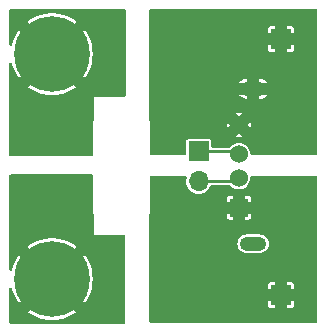
<source format=gbr>
%TF.GenerationSoftware,KiCad,Pcbnew,(7.0.0-rc1-287-ga9cb8e9a8d)*%
%TF.CreationDate,2023-01-20T15:36:01-06:00*%
%TF.ProjectId,Banana to USB Adapter,42616e61-6e61-4207-946f-205553422041,rev?*%
%TF.SameCoordinates,Original*%
%TF.FileFunction,Copper,L1,Top*%
%TF.FilePolarity,Positive*%
%FSLAX46Y46*%
G04 Gerber Fmt 4.6, Leading zero omitted, Abs format (unit mm)*
G04 Created by KiCad (PCBNEW (7.0.0-rc1-287-ga9cb8e9a8d)) date 2023-01-20 15:36:01*
%MOMM*%
%LPD*%
G01*
G04 APERTURE LIST*
%TA.AperFunction,ComponentPad*%
%ADD10R,1.700000X1.700000*%
%TD*%
%TA.AperFunction,ComponentPad*%
%ADD11O,1.700000X1.700000*%
%TD*%
%TA.AperFunction,ComponentPad*%
%ADD12C,1.524000*%
%TD*%
%TA.AperFunction,ComponentPad*%
%ADD13R,1.524000X1.524000*%
%TD*%
%TA.AperFunction,ComponentPad*%
%ADD14O,2.250000X1.200000*%
%TD*%
%TA.AperFunction,ComponentPad*%
%ADD15C,0.800000*%
%TD*%
%TA.AperFunction,ComponentPad*%
%ADD16C,6.400000*%
%TD*%
%TA.AperFunction,ViaPad*%
%ADD17C,0.800000*%
%TD*%
%TA.AperFunction,Conductor*%
%ADD18C,0.250000*%
%TD*%
G04 APERTURE END LIST*
D10*
%TO.P,J4,1,Pin_1*%
%TO.N,Net-(J1-D+)*%
X145903249Y-98170999D03*
D11*
%TO.P,J4,2,Pin_2*%
%TO.N,Net-(J1-D-)*%
X145903249Y-100710999D03*
%TD*%
D10*
%TO.P,J3,1,Pin_1*%
%TO.N,GND*%
X152882599Y-88671399D03*
%TD*%
%TO.P,J2,1,Pin_1*%
%TO.N,/Positive*%
X152882599Y-110337599D03*
%TD*%
D12*
%TO.P,J1,4,GND*%
%TO.N,GND*%
X149316500Y-95930000D03*
%TO.P,J1,3,D+*%
%TO.N,Net-(J1-D+)*%
X149316500Y-98430000D03*
%TO.P,J1,2,D-*%
%TO.N,Net-(J1-D-)*%
X149316500Y-100430000D03*
D13*
%TO.P,J1,1,VBUS*%
%TO.N,/Positive*%
X149316499Y-102929999D03*
D14*
%TO.P,J1,5,Shield*%
%TO.N,GND*%
X150516499Y-105999999D03*
X150516499Y-92859999D03*
%TD*%
D15*
%TO.P,H2,1,1*%
%TO.N,GND*%
X133477000Y-87541400D03*
X135174056Y-91638456D03*
X135174056Y-88244344D03*
X135877000Y-89941400D03*
D16*
X133477000Y-89941400D03*
D15*
X133477000Y-92341400D03*
X131779944Y-88244344D03*
X131779944Y-91638456D03*
X131077000Y-89941400D03*
%TD*%
%TO.P,H1,1,1*%
%TO.N,/Positive*%
X131077000Y-108991400D03*
X131779944Y-110688456D03*
X131779944Y-107294344D03*
X133477000Y-111391400D03*
D16*
X133477000Y-108991400D03*
D15*
X135877000Y-108991400D03*
X135174056Y-107294344D03*
X135174056Y-110688456D03*
X133477000Y-106591400D03*
%TD*%
D17*
%TO.N,GND*%
X144856200Y-86588600D03*
X144856200Y-88320880D03*
X144856200Y-90053160D03*
X144856200Y-91785440D03*
X144856200Y-93517720D03*
X144856200Y-95250000D03*
%TO.N,/Positive*%
X144856200Y-110535720D03*
X144856200Y-108828840D03*
X144856200Y-107121960D03*
X144856200Y-105415080D03*
X144856200Y-103708200D03*
X144856200Y-112242600D03*
%TD*%
D18*
%TO.N,Net-(J1-D-)*%
X149035500Y-100711000D02*
X149316500Y-100430000D01*
X145903250Y-100711000D02*
X149035500Y-100711000D01*
%TO.N,Net-(J1-D+)*%
X145903250Y-98171000D02*
X149057500Y-98171000D01*
X149057500Y-98171000D02*
X149316500Y-98430000D01*
%TO.N,Net-(J1-D-)*%
X146168250Y-100446000D02*
X145903250Y-100711000D01*
%TO.N,Net-(J1-D+)*%
X146178250Y-98446000D02*
X145903250Y-98171000D01*
%TD*%
%TA.AperFunction,Conductor*%
%TO.N,GND*%
G36*
X139661900Y-86123381D02*
G01*
X139708019Y-86169500D01*
X139724900Y-86232500D01*
X139724900Y-93421700D01*
X139708019Y-93484700D01*
X139661900Y-93530819D01*
X139598900Y-93547700D01*
X137007699Y-93547700D01*
X137007600Y-93547659D01*
X137007501Y-93547700D01*
X137007217Y-93547817D01*
X137007059Y-93548200D01*
X137007100Y-93548299D01*
X137007100Y-93560422D01*
X137007100Y-95511723D01*
X136997509Y-95559941D01*
X136992679Y-95567169D01*
X136989187Y-95580200D01*
X136984742Y-95580200D01*
X136984742Y-95596790D01*
X136984742Y-98476800D01*
X136967861Y-98539800D01*
X136921742Y-98585919D01*
X136858742Y-98602800D01*
X129996700Y-98602800D01*
X129933700Y-98585919D01*
X129887581Y-98539800D01*
X129870700Y-98476800D01*
X129870700Y-92716174D01*
X131426231Y-92716174D01*
X131434597Y-92727495D01*
X131533089Y-92802366D01*
X131538745Y-92806201D01*
X131853821Y-92995776D01*
X131859830Y-92998962D01*
X132193565Y-93153364D01*
X132199907Y-93155890D01*
X132548363Y-93273299D01*
X132554935Y-93275124D01*
X132914052Y-93354171D01*
X132920776Y-93355273D01*
X133286331Y-93395030D01*
X133293145Y-93395400D01*
X133660855Y-93395400D01*
X133667668Y-93395030D01*
X134033223Y-93355273D01*
X134039947Y-93354171D01*
X134399064Y-93275124D01*
X134405636Y-93273299D01*
X134754092Y-93155890D01*
X134760434Y-93153364D01*
X135094169Y-92998962D01*
X135100178Y-92995776D01*
X135415263Y-92806196D01*
X135420908Y-92802368D01*
X135519399Y-92727496D01*
X135527767Y-92716173D01*
X135521004Y-92703824D01*
X133488729Y-90671549D01*
X133477000Y-90664777D01*
X133465270Y-90671549D01*
X131432994Y-92703824D01*
X131426231Y-92716174D01*
X129870700Y-92716174D01*
X129870700Y-90788251D01*
X129884849Y-90730239D01*
X129924119Y-90685256D01*
X129979690Y-90663404D01*
X130039081Y-90669592D01*
X130088954Y-90702430D01*
X130118107Y-90754542D01*
X130198086Y-91042600D01*
X130200261Y-91049056D01*
X130336368Y-91390660D01*
X130339224Y-91396835D01*
X130511471Y-91721727D01*
X130514979Y-91727557D01*
X130692002Y-91988646D01*
X130700176Y-91996336D01*
X130709656Y-91990322D01*
X132746850Y-89953129D01*
X132753621Y-89941400D01*
X134200377Y-89941400D01*
X134207149Y-89953129D01*
X136244342Y-91990322D01*
X136253822Y-91996336D01*
X136261996Y-91988646D01*
X136439020Y-91727556D01*
X136442528Y-91721727D01*
X136614775Y-91396835D01*
X136617631Y-91390660D01*
X136753738Y-91049056D01*
X136755913Y-91042600D01*
X136854287Y-90688292D01*
X136855754Y-90681624D01*
X136915242Y-90318769D01*
X136915981Y-90311972D01*
X136935888Y-89944812D01*
X136935888Y-89937988D01*
X136915981Y-89570827D01*
X136915242Y-89564030D01*
X136855754Y-89201175D01*
X136854287Y-89194507D01*
X136755913Y-88840199D01*
X136753738Y-88833743D01*
X136617631Y-88492139D01*
X136614775Y-88485964D01*
X136442528Y-88161072D01*
X136439020Y-88155243D01*
X136261996Y-87894152D01*
X136253822Y-87886462D01*
X136244342Y-87892476D01*
X134207149Y-89929670D01*
X134200377Y-89941400D01*
X132753621Y-89941400D01*
X132753622Y-89941399D01*
X132746850Y-89929670D01*
X130709656Y-87892476D01*
X130700177Y-87886462D01*
X130691999Y-87894157D01*
X130514987Y-88155231D01*
X130511467Y-88161080D01*
X130339224Y-88485964D01*
X130336368Y-88492139D01*
X130200261Y-88833743D01*
X130198086Y-88840199D01*
X130118107Y-89128258D01*
X130088954Y-89180370D01*
X130039081Y-89213208D01*
X129979690Y-89219396D01*
X129924119Y-89197544D01*
X129884849Y-89152561D01*
X129870700Y-89094549D01*
X129870700Y-87166624D01*
X131426231Y-87166624D01*
X131432994Y-87178974D01*
X133465270Y-89211250D01*
X133477000Y-89218022D01*
X133488729Y-89211250D01*
X135521004Y-87178974D01*
X135527767Y-87166624D01*
X135519401Y-87155303D01*
X135420910Y-87080433D01*
X135415254Y-87076598D01*
X135100178Y-86887023D01*
X135094169Y-86883837D01*
X134760434Y-86729435D01*
X134754092Y-86726909D01*
X134405636Y-86609500D01*
X134399064Y-86607675D01*
X134039947Y-86528628D01*
X134033223Y-86527526D01*
X133667668Y-86487769D01*
X133660855Y-86487400D01*
X133293145Y-86487400D01*
X133286331Y-86487769D01*
X132920776Y-86527526D01*
X132914052Y-86528628D01*
X132554935Y-86607675D01*
X132548363Y-86609500D01*
X132199907Y-86726909D01*
X132193565Y-86729435D01*
X131859830Y-86883837D01*
X131853821Y-86887023D01*
X131538744Y-87076599D01*
X131533086Y-87080435D01*
X131434598Y-87155303D01*
X131426231Y-87166624D01*
X129870700Y-87166624D01*
X129870700Y-86232500D01*
X129887581Y-86169500D01*
X129933700Y-86123381D01*
X129996700Y-86106500D01*
X139598900Y-86106500D01*
X139661900Y-86123381D01*
G37*
%TD.AperFunction*%
%TA.AperFunction,Conductor*%
G36*
X155892500Y-86123381D02*
G01*
X155938619Y-86169500D01*
X155955500Y-86232500D01*
X155955500Y-98349800D01*
X155938619Y-98412800D01*
X155892500Y-98458919D01*
X155829500Y-98475800D01*
X150402367Y-98475800D01*
X150342971Y-98460922D01*
X150297602Y-98419802D01*
X150276974Y-98362150D01*
X150265680Y-98247482D01*
X150265073Y-98241317D01*
X150210037Y-98059885D01*
X150120662Y-97892676D01*
X150000383Y-97746117D01*
X149995603Y-97742194D01*
X149858608Y-97629764D01*
X149858606Y-97629763D01*
X149853824Y-97625838D01*
X149686615Y-97536463D01*
X149680700Y-97534668D01*
X149680696Y-97534667D01*
X149511108Y-97483224D01*
X149511105Y-97483223D01*
X149505183Y-97481427D01*
X149499023Y-97480820D01*
X149499017Y-97480819D01*
X149322663Y-97463450D01*
X149316500Y-97462843D01*
X149310337Y-97463450D01*
X149133982Y-97480819D01*
X149133974Y-97480820D01*
X149127817Y-97481427D01*
X149121896Y-97483222D01*
X149121891Y-97483224D01*
X148952303Y-97534667D01*
X148952295Y-97534670D01*
X148946385Y-97536463D01*
X148940931Y-97539377D01*
X148940929Y-97539379D01*
X148784634Y-97622920D01*
X148784629Y-97622923D01*
X148779176Y-97625838D01*
X148774397Y-97629759D01*
X148774391Y-97629764D01*
X148637396Y-97742194D01*
X148637390Y-97742199D01*
X148632617Y-97746117D01*
X148628699Y-97750890D01*
X148628690Y-97750900D01*
X148588861Y-97799433D01*
X148545334Y-97833403D01*
X148491462Y-97845500D01*
X147079750Y-97845500D01*
X147016750Y-97828619D01*
X146970631Y-97782500D01*
X146953750Y-97719500D01*
X146953750Y-97307439D01*
X146953750Y-97301252D01*
X146942117Y-97242769D01*
X146897802Y-97176448D01*
X146831481Y-97132133D01*
X146772998Y-97120500D01*
X145033502Y-97120500D01*
X145027434Y-97121706D01*
X145027433Y-97121707D01*
X144987189Y-97129712D01*
X144987187Y-97129712D01*
X144975019Y-97132133D01*
X144964704Y-97139024D01*
X144964702Y-97139026D01*
X144919011Y-97169556D01*
X144919008Y-97169558D01*
X144908698Y-97176448D01*
X144901808Y-97186758D01*
X144901806Y-97186761D01*
X144871276Y-97232452D01*
X144871274Y-97232454D01*
X144864383Y-97242769D01*
X144852750Y-97301252D01*
X144852750Y-97307439D01*
X144852750Y-98349800D01*
X144835869Y-98412800D01*
X144789750Y-98458919D01*
X144726750Y-98475800D01*
X141885942Y-98475800D01*
X141822942Y-98458919D01*
X141776823Y-98412800D01*
X141759942Y-98349800D01*
X141759942Y-96910403D01*
X149058742Y-96910403D01*
X149068727Y-96916555D01*
X149111400Y-96929500D01*
X149123494Y-96931906D01*
X149310337Y-96950309D01*
X149322663Y-96950309D01*
X149509507Y-96931906D01*
X149521596Y-96929501D01*
X149564273Y-96916555D01*
X149574256Y-96910403D01*
X149568350Y-96900270D01*
X149328229Y-96660149D01*
X149316499Y-96653377D01*
X149304771Y-96660148D01*
X149064647Y-96900271D01*
X149058742Y-96910403D01*
X141759942Y-96910403D01*
X141759942Y-95936163D01*
X148296191Y-95936163D01*
X148314593Y-96123005D01*
X148316998Y-96135096D01*
X148329944Y-96177775D01*
X148336094Y-96187757D01*
X148346226Y-96181852D01*
X148586349Y-95941730D01*
X148593122Y-95929999D01*
X150039877Y-95929999D01*
X150046649Y-95941729D01*
X150286770Y-96181850D01*
X150296903Y-96187756D01*
X150303055Y-96177773D01*
X150316001Y-96135096D01*
X150318406Y-96123007D01*
X150336809Y-95936163D01*
X150336809Y-95923837D01*
X150318406Y-95736994D01*
X150316000Y-95724900D01*
X150303055Y-95682227D01*
X150296903Y-95672242D01*
X150286771Y-95678147D01*
X150046648Y-95918271D01*
X150039877Y-95929999D01*
X148593122Y-95929999D01*
X148586350Y-95918270D01*
X148346228Y-95678148D01*
X148336095Y-95672242D01*
X148329944Y-95682225D01*
X148316998Y-95724902D01*
X148314593Y-95736994D01*
X148296191Y-95923837D01*
X148296191Y-95936163D01*
X141759942Y-95936163D01*
X141759942Y-95596790D01*
X141759942Y-95580200D01*
X141755497Y-95580200D01*
X141753134Y-95571383D01*
X141742091Y-95554857D01*
X141732500Y-95506639D01*
X141732500Y-94949595D01*
X149058742Y-94949595D01*
X149064648Y-94959728D01*
X149304770Y-95199850D01*
X149316499Y-95206622D01*
X149328230Y-95199849D01*
X149568352Y-94959726D01*
X149574257Y-94949594D01*
X149564275Y-94943444D01*
X149521596Y-94930498D01*
X149509505Y-94928093D01*
X149322663Y-94909691D01*
X149310337Y-94909691D01*
X149123494Y-94928093D01*
X149111402Y-94930498D01*
X149068725Y-94943444D01*
X149058742Y-94949595D01*
X141732500Y-94949595D01*
X141732500Y-93371231D01*
X149309485Y-93371231D01*
X149314179Y-93381747D01*
X149396316Y-93478447D01*
X149406180Y-93487790D01*
X149543180Y-93591935D01*
X149554825Y-93598941D01*
X149711004Y-93671197D01*
X149723882Y-93675537D01*
X149891951Y-93712531D01*
X149905452Y-93714000D01*
X149991910Y-93714000D01*
X150004993Y-93710493D01*
X150008500Y-93697410D01*
X151024500Y-93697410D01*
X151028006Y-93710493D01*
X151041090Y-93714000D01*
X151084390Y-93714000D01*
X151091203Y-93713630D01*
X151219374Y-93699690D01*
X151232641Y-93696770D01*
X151395724Y-93641821D01*
X151408053Y-93636117D01*
X151555516Y-93547392D01*
X151566321Y-93539179D01*
X151691265Y-93420826D01*
X151700060Y-93410470D01*
X151719222Y-93382210D01*
X151722956Y-93371127D01*
X151711692Y-93368000D01*
X151041090Y-93368000D01*
X151028006Y-93371506D01*
X151024500Y-93384590D01*
X151024500Y-93697410D01*
X150008500Y-93697410D01*
X150008500Y-93384590D01*
X150004993Y-93371506D01*
X149991910Y-93368000D01*
X149320541Y-93368000D01*
X149309485Y-93371231D01*
X141732500Y-93371231D01*
X141732500Y-92348872D01*
X149310043Y-92348872D01*
X149321308Y-92352000D01*
X149991910Y-92352000D01*
X150004993Y-92348493D01*
X150008500Y-92335410D01*
X151024500Y-92335410D01*
X151028006Y-92348493D01*
X151041090Y-92352000D01*
X151712459Y-92352000D01*
X151723514Y-92348768D01*
X151718820Y-92338252D01*
X151636683Y-92241552D01*
X151626819Y-92232209D01*
X151489819Y-92128064D01*
X151478174Y-92121058D01*
X151321995Y-92048802D01*
X151309117Y-92044462D01*
X151141048Y-92007468D01*
X151127548Y-92006000D01*
X151041090Y-92006000D01*
X151028006Y-92009506D01*
X151024500Y-92022590D01*
X151024500Y-92335410D01*
X150008500Y-92335410D01*
X150008500Y-92022590D01*
X150004993Y-92009506D01*
X149991910Y-92006000D01*
X149948610Y-92006000D01*
X149941796Y-92006369D01*
X149813625Y-92020309D01*
X149800358Y-92023229D01*
X149637275Y-92078178D01*
X149624946Y-92083882D01*
X149477483Y-92172607D01*
X149466678Y-92180820D01*
X149341734Y-92299173D01*
X149332939Y-92309529D01*
X149313777Y-92337789D01*
X149310043Y-92348872D01*
X141732500Y-92348872D01*
X141732500Y-89540228D01*
X151778601Y-89540228D01*
X151779808Y-89552487D01*
X151790915Y-89608330D01*
X151800233Y-89630826D01*
X151842583Y-89694208D01*
X151859791Y-89711416D01*
X151923174Y-89753767D01*
X151945666Y-89763084D01*
X152001514Y-89774192D01*
X152013770Y-89775400D01*
X152358010Y-89775400D01*
X152371093Y-89771893D01*
X152374600Y-89758810D01*
X152374600Y-89758809D01*
X153390600Y-89758809D01*
X153394106Y-89771892D01*
X153407190Y-89775399D01*
X153751428Y-89775399D01*
X153763687Y-89774191D01*
X153819530Y-89763084D01*
X153842026Y-89753766D01*
X153905408Y-89711416D01*
X153922616Y-89694208D01*
X153964967Y-89630825D01*
X153974284Y-89608333D01*
X153985392Y-89552485D01*
X153986600Y-89540230D01*
X153986600Y-89195990D01*
X153983093Y-89182906D01*
X153970010Y-89179400D01*
X153407190Y-89179400D01*
X153394106Y-89182906D01*
X153390600Y-89195990D01*
X153390600Y-89758809D01*
X152374600Y-89758809D01*
X152374600Y-89195990D01*
X152371093Y-89182906D01*
X152358010Y-89179400D01*
X151795191Y-89179400D01*
X151782107Y-89182906D01*
X151778601Y-89195990D01*
X151778601Y-89540228D01*
X141732500Y-89540228D01*
X141732500Y-88146810D01*
X151778600Y-88146810D01*
X151782106Y-88159893D01*
X151795190Y-88163400D01*
X152358010Y-88163400D01*
X152371093Y-88159893D01*
X152374600Y-88146810D01*
X153390600Y-88146810D01*
X153394106Y-88159893D01*
X153407190Y-88163400D01*
X153970009Y-88163400D01*
X153983092Y-88159893D01*
X153986599Y-88146810D01*
X153986599Y-87802572D01*
X153985391Y-87790312D01*
X153974284Y-87734469D01*
X153964966Y-87711973D01*
X153922616Y-87648591D01*
X153905408Y-87631383D01*
X153842025Y-87589032D01*
X153819533Y-87579715D01*
X153763685Y-87568607D01*
X153751430Y-87567400D01*
X153407190Y-87567400D01*
X153394106Y-87570906D01*
X153390600Y-87583990D01*
X153390600Y-88146810D01*
X152374600Y-88146810D01*
X152374600Y-87583991D01*
X152371093Y-87570907D01*
X152358010Y-87567401D01*
X152013772Y-87567401D01*
X152001512Y-87568608D01*
X151945669Y-87579715D01*
X151923173Y-87589033D01*
X151859791Y-87631383D01*
X151842583Y-87648591D01*
X151800232Y-87711974D01*
X151790915Y-87734466D01*
X151779807Y-87790314D01*
X151778600Y-87802570D01*
X151778600Y-88146810D01*
X141732500Y-88146810D01*
X141732500Y-86232500D01*
X141749381Y-86169500D01*
X141795500Y-86123381D01*
X141858500Y-86106500D01*
X155829500Y-86106500D01*
X155892500Y-86123381D01*
G37*
%TD.AperFunction*%
%TD*%
%TA.AperFunction,Conductor*%
%TO.N,/Positive*%
G36*
X136921742Y-100143681D02*
G01*
X136967861Y-100189800D01*
X136984742Y-100252800D01*
X136984742Y-103428800D01*
X136989187Y-103428800D01*
X136992679Y-103441830D01*
X136997509Y-103449059D01*
X137007100Y-103497277D01*
X137007100Y-105257501D01*
X137007059Y-105257600D01*
X137007100Y-105257699D01*
X137007217Y-105257983D01*
X137007600Y-105258141D01*
X137007699Y-105258100D01*
X139573500Y-105258100D01*
X139636500Y-105274981D01*
X139682619Y-105321100D01*
X139699500Y-105384100D01*
X139699500Y-112624100D01*
X139682619Y-112687100D01*
X139636500Y-112733219D01*
X139573500Y-112750100D01*
X129996700Y-112750100D01*
X129933700Y-112733219D01*
X129887581Y-112687100D01*
X129870700Y-112624100D01*
X129870700Y-111766174D01*
X131426231Y-111766174D01*
X131434597Y-111777495D01*
X131533089Y-111852366D01*
X131538745Y-111856201D01*
X131853821Y-112045776D01*
X131859830Y-112048962D01*
X132193565Y-112203364D01*
X132199907Y-112205890D01*
X132548363Y-112323299D01*
X132554935Y-112325124D01*
X132914052Y-112404171D01*
X132920776Y-112405273D01*
X133286331Y-112445030D01*
X133293145Y-112445400D01*
X133660855Y-112445400D01*
X133667668Y-112445030D01*
X134033223Y-112405273D01*
X134039947Y-112404171D01*
X134399064Y-112325124D01*
X134405636Y-112323299D01*
X134754092Y-112205890D01*
X134760434Y-112203364D01*
X135094169Y-112048962D01*
X135100178Y-112045776D01*
X135415263Y-111856196D01*
X135420908Y-111852368D01*
X135519399Y-111777496D01*
X135527767Y-111766173D01*
X135521004Y-111753824D01*
X133488729Y-109721549D01*
X133477000Y-109714777D01*
X133465270Y-109721549D01*
X131432994Y-111753824D01*
X131426231Y-111766174D01*
X129870700Y-111766174D01*
X129870700Y-109838251D01*
X129884849Y-109780239D01*
X129924119Y-109735256D01*
X129979690Y-109713404D01*
X130039081Y-109719592D01*
X130088954Y-109752430D01*
X130118107Y-109804542D01*
X130198086Y-110092600D01*
X130200261Y-110099056D01*
X130336368Y-110440660D01*
X130339224Y-110446835D01*
X130511471Y-110771727D01*
X130514979Y-110777557D01*
X130692002Y-111038646D01*
X130700176Y-111046336D01*
X130709656Y-111040322D01*
X132746850Y-109003129D01*
X132753622Y-108991400D01*
X134200377Y-108991400D01*
X134207149Y-109003129D01*
X136244342Y-111040322D01*
X136253822Y-111046336D01*
X136261996Y-111038646D01*
X136439020Y-110777556D01*
X136442528Y-110771727D01*
X136614775Y-110446835D01*
X136617631Y-110440660D01*
X136753738Y-110099056D01*
X136755913Y-110092600D01*
X136854287Y-109738292D01*
X136855754Y-109731624D01*
X136915242Y-109368769D01*
X136915981Y-109361972D01*
X136935888Y-108994812D01*
X136935888Y-108987988D01*
X136915981Y-108620827D01*
X136915242Y-108614030D01*
X136855754Y-108251175D01*
X136854287Y-108244507D01*
X136755913Y-107890199D01*
X136753738Y-107883743D01*
X136617631Y-107542139D01*
X136614775Y-107535964D01*
X136442528Y-107211072D01*
X136439020Y-107205243D01*
X136261996Y-106944152D01*
X136253822Y-106936462D01*
X136244342Y-106942476D01*
X134207149Y-108979670D01*
X134200377Y-108991400D01*
X132753622Y-108991400D01*
X132746850Y-108979670D01*
X130709656Y-106942476D01*
X130700177Y-106936462D01*
X130691999Y-106944157D01*
X130514987Y-107205231D01*
X130511467Y-107211080D01*
X130339224Y-107535964D01*
X130336368Y-107542139D01*
X130200261Y-107883743D01*
X130198086Y-107890199D01*
X130118107Y-108178258D01*
X130088954Y-108230370D01*
X130039081Y-108263208D01*
X129979690Y-108269396D01*
X129924119Y-108247544D01*
X129884849Y-108202561D01*
X129870700Y-108144549D01*
X129870700Y-106216624D01*
X131426231Y-106216624D01*
X131432994Y-106228974D01*
X133465270Y-108261250D01*
X133477000Y-108268022D01*
X133488729Y-108261250D01*
X135521004Y-106228974D01*
X135527767Y-106216624D01*
X135519401Y-106205303D01*
X135420910Y-106130433D01*
X135415254Y-106126598D01*
X135100178Y-105937023D01*
X135094169Y-105933837D01*
X134760434Y-105779435D01*
X134754092Y-105776909D01*
X134405636Y-105659500D01*
X134399064Y-105657675D01*
X134039947Y-105578628D01*
X134033223Y-105577526D01*
X133667668Y-105537769D01*
X133660855Y-105537400D01*
X133293145Y-105537400D01*
X133286331Y-105537769D01*
X132920776Y-105577526D01*
X132914052Y-105578628D01*
X132554935Y-105657675D01*
X132548363Y-105659500D01*
X132199907Y-105776909D01*
X132193565Y-105779435D01*
X131859830Y-105933837D01*
X131853821Y-105937023D01*
X131538744Y-106126599D01*
X131533086Y-106130435D01*
X131434598Y-106205303D01*
X131426231Y-106216624D01*
X129870700Y-106216624D01*
X129870700Y-100252800D01*
X129887581Y-100189800D01*
X129933700Y-100143681D01*
X129996700Y-100126800D01*
X136858742Y-100126800D01*
X136921742Y-100143681D01*
G37*
%TD.AperFunction*%
%TA.AperFunction,Conductor*%
G36*
X144830930Y-100267254D02*
G01*
X144875483Y-100304742D01*
X144898424Y-100358259D01*
X144894854Y-100416373D01*
X144890721Y-100430000D01*
X144869746Y-100499143D01*
X144869744Y-100499149D01*
X144867950Y-100505066D01*
X144867343Y-100511223D01*
X144867342Y-100511231D01*
X144856176Y-100624608D01*
X144847667Y-100711000D01*
X144848274Y-100717163D01*
X144867342Y-100910768D01*
X144867343Y-100910774D01*
X144867950Y-100916934D01*
X144869746Y-100922856D01*
X144869747Y-100922859D01*
X144926222Y-101109035D01*
X144926223Y-101109039D01*
X144928018Y-101114954D01*
X144930930Y-101120402D01*
X144930933Y-101120409D01*
X145022648Y-101291993D01*
X145025565Y-101297450D01*
X145156840Y-101457410D01*
X145316800Y-101588685D01*
X145408047Y-101637458D01*
X145493840Y-101683316D01*
X145493842Y-101683317D01*
X145499296Y-101686232D01*
X145697316Y-101746300D01*
X145903250Y-101766583D01*
X146109184Y-101746300D01*
X146307204Y-101686232D01*
X146489700Y-101588685D01*
X146649660Y-101457410D01*
X146780935Y-101297450D01*
X146878482Y-101114954D01*
X146879170Y-101112683D01*
X146905420Y-101073402D01*
X146946296Y-101046091D01*
X146994513Y-101036500D01*
X148509517Y-101036500D01*
X148563389Y-101048597D01*
X148606915Y-101082565D01*
X148632617Y-101113883D01*
X148779176Y-101234162D01*
X148946385Y-101323537D01*
X149127817Y-101378573D01*
X149316500Y-101397157D01*
X149505183Y-101378573D01*
X149686615Y-101323537D01*
X149853824Y-101234162D01*
X150000383Y-101113883D01*
X150120662Y-100967324D01*
X150210037Y-100800115D01*
X150265073Y-100618683D01*
X150283657Y-100430000D01*
X150279929Y-100392150D01*
X150292316Y-100324072D01*
X150338785Y-100272801D01*
X150405322Y-100253800D01*
X155829500Y-100253800D01*
X155892500Y-100270681D01*
X155938619Y-100316800D01*
X155955500Y-100379800D01*
X155955500Y-112573300D01*
X155938619Y-112636300D01*
X155892500Y-112682419D01*
X155829500Y-112699300D01*
X141858500Y-112699300D01*
X141795500Y-112682419D01*
X141749381Y-112636300D01*
X141732500Y-112573300D01*
X141732500Y-111206428D01*
X151778601Y-111206428D01*
X151779808Y-111218687D01*
X151790915Y-111274530D01*
X151800233Y-111297026D01*
X151842583Y-111360408D01*
X151859791Y-111377616D01*
X151923174Y-111419967D01*
X151945666Y-111429284D01*
X152001514Y-111440392D01*
X152013770Y-111441600D01*
X152358010Y-111441600D01*
X152371093Y-111438093D01*
X152374600Y-111425010D01*
X152374600Y-111425009D01*
X153390600Y-111425009D01*
X153394106Y-111438092D01*
X153407190Y-111441599D01*
X153751428Y-111441599D01*
X153763687Y-111440391D01*
X153819530Y-111429284D01*
X153842026Y-111419966D01*
X153905408Y-111377616D01*
X153922616Y-111360408D01*
X153964967Y-111297025D01*
X153974284Y-111274533D01*
X153985392Y-111218685D01*
X153986600Y-111206430D01*
X153986600Y-110862190D01*
X153983093Y-110849106D01*
X153970010Y-110845600D01*
X153407190Y-110845600D01*
X153394106Y-110849106D01*
X153390600Y-110862190D01*
X153390600Y-111425009D01*
X152374600Y-111425009D01*
X152374600Y-110862190D01*
X152371093Y-110849106D01*
X152358010Y-110845600D01*
X151795191Y-110845600D01*
X151782107Y-110849106D01*
X151778601Y-110862190D01*
X151778601Y-111206428D01*
X141732500Y-111206428D01*
X141732500Y-109813010D01*
X151778600Y-109813010D01*
X151782106Y-109826093D01*
X151795190Y-109829600D01*
X152358010Y-109829600D01*
X152371093Y-109826093D01*
X152374600Y-109813010D01*
X153390600Y-109813010D01*
X153394106Y-109826093D01*
X153407190Y-109829600D01*
X153970009Y-109829600D01*
X153983092Y-109826093D01*
X153986599Y-109813010D01*
X153986599Y-109468772D01*
X153985391Y-109456512D01*
X153974284Y-109400669D01*
X153964966Y-109378173D01*
X153922616Y-109314791D01*
X153905408Y-109297583D01*
X153842025Y-109255232D01*
X153819533Y-109245915D01*
X153763685Y-109234807D01*
X153751430Y-109233600D01*
X153407190Y-109233600D01*
X153394106Y-109237106D01*
X153390600Y-109250190D01*
X153390600Y-109813010D01*
X152374600Y-109813010D01*
X152374600Y-109250191D01*
X152371093Y-109237107D01*
X152358010Y-109233601D01*
X152013772Y-109233601D01*
X152001512Y-109234808D01*
X151945669Y-109245915D01*
X151923173Y-109255233D01*
X151859791Y-109297583D01*
X151842583Y-109314791D01*
X151800232Y-109378174D01*
X151790915Y-109400666D01*
X151779807Y-109456514D01*
X151778600Y-109468770D01*
X151778600Y-109813010D01*
X141732500Y-109813010D01*
X141732500Y-106000000D01*
X149185935Y-106000000D01*
X149206132Y-106179255D01*
X149208467Y-106185928D01*
X149208468Y-106185932D01*
X149263373Y-106342842D01*
X149263375Y-106342846D01*
X149265711Y-106349522D01*
X149361684Y-106502262D01*
X149489238Y-106629816D01*
X149641978Y-106725789D01*
X149812245Y-106785368D01*
X149946546Y-106800500D01*
X151082918Y-106800500D01*
X151086454Y-106800500D01*
X151220755Y-106785368D01*
X151391022Y-106725789D01*
X151543762Y-106629816D01*
X151671316Y-106502262D01*
X151767289Y-106349522D01*
X151826868Y-106179255D01*
X151847065Y-106000000D01*
X151826868Y-105820745D01*
X151767289Y-105650478D01*
X151671316Y-105497738D01*
X151543762Y-105370184D01*
X151537768Y-105366418D01*
X151537766Y-105366416D01*
X151397013Y-105277975D01*
X151397010Y-105277973D01*
X151391022Y-105274211D01*
X151384346Y-105271875D01*
X151384342Y-105271873D01*
X151227432Y-105216968D01*
X151227428Y-105216967D01*
X151220755Y-105214632D01*
X151213726Y-105213840D01*
X151089966Y-105199895D01*
X151089953Y-105199894D01*
X151086454Y-105199500D01*
X149946546Y-105199500D01*
X149943047Y-105199894D01*
X149943033Y-105199895D01*
X149819273Y-105213840D01*
X149819271Y-105213840D01*
X149812245Y-105214632D01*
X149805573Y-105216966D01*
X149805567Y-105216968D01*
X149648657Y-105271873D01*
X149648650Y-105271876D01*
X149641978Y-105274211D01*
X149635992Y-105277971D01*
X149635986Y-105277975D01*
X149495233Y-105366416D01*
X149495226Y-105366421D01*
X149489238Y-105370184D01*
X149484233Y-105375188D01*
X149484229Y-105375192D01*
X149366692Y-105492729D01*
X149366688Y-105492733D01*
X149361684Y-105497738D01*
X149357921Y-105503726D01*
X149357916Y-105503733D01*
X149269475Y-105644486D01*
X149269471Y-105644492D01*
X149265711Y-105650478D01*
X149263376Y-105657150D01*
X149263373Y-105657157D01*
X149208468Y-105814067D01*
X149208466Y-105814073D01*
X149206132Y-105820745D01*
X149185935Y-106000000D01*
X141732500Y-106000000D01*
X141732500Y-103710828D01*
X148300501Y-103710828D01*
X148301708Y-103723087D01*
X148312815Y-103778930D01*
X148322133Y-103801426D01*
X148364483Y-103864808D01*
X148381691Y-103882016D01*
X148445074Y-103924367D01*
X148467566Y-103933684D01*
X148523414Y-103944792D01*
X148535670Y-103946000D01*
X148791910Y-103946000D01*
X148804993Y-103942493D01*
X148808500Y-103929410D01*
X148808500Y-103929409D01*
X149824500Y-103929409D01*
X149828006Y-103942492D01*
X149841090Y-103945999D01*
X150097328Y-103945999D01*
X150109587Y-103944791D01*
X150165430Y-103933684D01*
X150187926Y-103924366D01*
X150251308Y-103882016D01*
X150268516Y-103864808D01*
X150310867Y-103801425D01*
X150320184Y-103778933D01*
X150331292Y-103723085D01*
X150332500Y-103710830D01*
X150332500Y-103454590D01*
X150328993Y-103441506D01*
X150315910Y-103438000D01*
X149841090Y-103438000D01*
X149828006Y-103441506D01*
X149824500Y-103454590D01*
X149824500Y-103929409D01*
X148808500Y-103929409D01*
X148808500Y-103454590D01*
X148804993Y-103441506D01*
X148791910Y-103438000D01*
X148317091Y-103438000D01*
X148304007Y-103441506D01*
X148300501Y-103454590D01*
X148300501Y-103710828D01*
X141732500Y-103710828D01*
X141732500Y-103502361D01*
X141742091Y-103454143D01*
X141753134Y-103437616D01*
X141755496Y-103428800D01*
X141759942Y-103428800D01*
X141759942Y-102405410D01*
X148300500Y-102405410D01*
X148304006Y-102418493D01*
X148317090Y-102422000D01*
X148791910Y-102422000D01*
X148804993Y-102418493D01*
X148808500Y-102405410D01*
X149824500Y-102405410D01*
X149828006Y-102418493D01*
X149841090Y-102422000D01*
X150315909Y-102422000D01*
X150328992Y-102418493D01*
X150332499Y-102405410D01*
X150332499Y-102149172D01*
X150331291Y-102136912D01*
X150320184Y-102081069D01*
X150310866Y-102058573D01*
X150268516Y-101995191D01*
X150251308Y-101977983D01*
X150187925Y-101935632D01*
X150165433Y-101926315D01*
X150109585Y-101915207D01*
X150097330Y-101914000D01*
X149841090Y-101914000D01*
X149828006Y-101917506D01*
X149824500Y-101930590D01*
X149824500Y-102405410D01*
X148808500Y-102405410D01*
X148808500Y-101930591D01*
X148804993Y-101917507D01*
X148791910Y-101914001D01*
X148535672Y-101914001D01*
X148523412Y-101915208D01*
X148467569Y-101926315D01*
X148445073Y-101935633D01*
X148381691Y-101977983D01*
X148364483Y-101995191D01*
X148322132Y-102058574D01*
X148312815Y-102081066D01*
X148301707Y-102136914D01*
X148300500Y-102149170D01*
X148300500Y-102405410D01*
X141759942Y-102405410D01*
X141759942Y-100379800D01*
X141776823Y-100316800D01*
X141822942Y-100270681D01*
X141885942Y-100253800D01*
X144774279Y-100253800D01*
X144830930Y-100267254D01*
G37*
%TD.AperFunction*%
%TD*%
M02*

</source>
